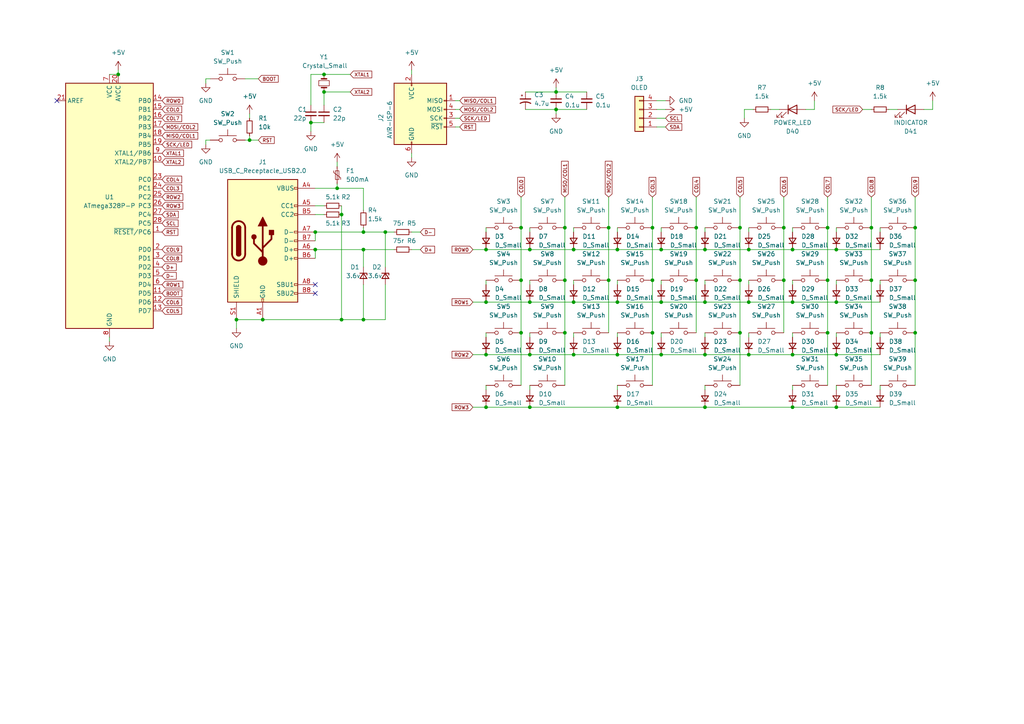
<source format=kicad_sch>
(kicad_sch (version 20211123) (generator eeschema)
  (paper "A4")
  (title_block (title "Loaf") (date "2022-01-11") (rev "1") (company "waffle"))
  (junction (at 163.83 81.28))
  (junction (at 140.97 87.63))
  (junction (at 68.58 92.71))
  (junction (at 229.87 118.11))
  (junction (at 240.03 66.04))
  (junction (at 72.39 40.64))
  (junction (at 242.57 118.11))
  (junction (at 191.77 102.87))
  (junction (at 229.87 102.87))
  (junction (at 217.17 102.87))
  (junction (at 252.73 66.04))
  (junction (at 252.73 96.52))
  (junction (at 179.07 118.11))
  (junction (at 191.77 72.39))
  (junction (at 140.97 118.11))
  (junction (at 265.43 66.04))
  (junction (at 105.41 92.71))
  (junction (at 214.63 81.28))
  (junction (at 227.33 66.04))
  (junction (at 153.67 118.11))
  (junction (at 99.06 92.71))
  (junction (at 217.17 87.63))
  (junction (at 153.67 72.39))
  (junction (at 201.93 81.28))
  (junction (at 163.83 96.52))
  (junction (at 265.43 96.52))
  (junction (at 179.07 87.63))
  (junction (at 105.41 72.39))
  (junction (at 240.03 96.52))
  (junction (at 166.37 87.63))
  (junction (at 161.29 26.67))
  (junction (at 166.37 72.39))
  (junction (at 240.03 81.28))
  (junction (at 265.43 81.28))
  (junction (at 189.23 66.04))
  (junction (at 204.47 118.11))
  (junction (at 242.57 102.87))
  (junction (at 97.79 54.61))
  (junction (at 151.13 96.52))
  (junction (at 204.47 87.63))
  (junction (at 217.17 72.39))
  (junction (at 140.97 72.39))
  (junction (at 93.98 21.59))
  (junction (at 201.93 66.04))
  (junction (at 176.53 66.04))
  (junction (at 90.17 35.56))
  (junction (at 161.29 31.75))
  (junction (at 91.44 72.39))
  (junction (at 34.29 21.59))
  (junction (at 111.76 67.31))
  (junction (at 166.37 102.87))
  (junction (at 179.07 72.39))
  (junction (at 229.87 72.39))
  (junction (at 229.87 87.63))
  (junction (at 105.41 67.31))
  (junction (at 227.33 81.28))
  (junction (at 91.44 67.31))
  (junction (at 99.06 62.23))
  (junction (at 140.97 102.87))
  (junction (at 151.13 66.04))
  (junction (at 204.47 102.87))
  (junction (at 76.2 92.71))
  (junction (at 214.63 96.52))
  (junction (at 163.83 66.04))
  (junction (at 214.63 66.04))
  (junction (at 153.67 102.87))
  (junction (at 242.57 72.39))
  (junction (at 242.57 87.63))
  (junction (at 189.23 96.52))
  (junction (at 179.07 102.87))
  (junction (at 191.77 87.63))
  (junction (at 151.13 81.28))
  (junction (at 189.23 81.28))
  (junction (at 204.47 72.39))
  (junction (at 176.53 81.28))
  (junction (at 252.73 81.28))
  (junction (at 93.98 26.67))
  (junction (at 153.67 87.63))
  (no_connect (at 16.51 29.21))
  (no_connect (at 91.44 82.55))
  (no_connect (at 91.44 85.09))
  (wire (pts (xy 229.87 66.04) (xy 229.87 67.31)))
  (wire (pts (xy 140.97 87.63) (xy 153.67 87.63)))
  (wire (pts (xy 217.17 87.63) (xy 229.87 87.63)))
  (wire (pts (xy 151.13 66.04) (xy 151.13 81.28)))
  (wire (pts (xy 111.76 67.31) (xy 111.76 77.47)))
  (wire (pts (xy 140.97 72.39) (xy 153.67 72.39)))
  (wire (pts (xy 153.67 102.87) (xy 166.37 102.87)))
  (wire (pts (xy 152.4 26.67) (xy 161.29 26.67)))
  (wire (pts (xy 105.41 92.71) (xy 99.06 92.71)))
  (wire (pts (xy 163.83 57.15) (xy 163.83 66.04)))
  (wire (pts (xy 189.23 81.28) (xy 189.23 96.52)))
  (wire (pts (xy 90.17 30.48) (xy 90.17 21.59)))
  (wire (pts (xy 60.96 22.86) (xy 59.69 22.86)))
  (wire (pts (xy 179.07 72.39) (xy 191.77 72.39)))
  (wire (pts (xy 255.27 66.04) (xy 255.27 67.31)))
  (wire (pts (xy 132.08 36.83) (xy 133.35 36.83)))
  (wire (pts (xy 72.39 40.64) (xy 74.93 40.64)))
  (wire (pts (xy 90.17 35.56) (xy 90.17 38.1)))
  (wire (pts (xy 163.83 66.04) (xy 163.83 81.28)))
  (wire (pts (xy 179.07 81.28) (xy 179.07 82.55)))
  (wire (pts (xy 204.47 87.63) (xy 217.17 87.63)))
  (wire (pts (xy 255.27 96.52) (xy 255.27 97.79)))
  (wire (pts (xy 140.97 96.52) (xy 140.97 97.79)))
  (wire (pts (xy 189.23 66.04) (xy 189.23 81.28)))
  (wire (pts (xy 163.83 96.52) (xy 163.83 111.76)))
  (wire (pts (xy 163.83 81.28) (xy 163.83 96.52)))
  (wire (pts (xy 176.53 81.28) (xy 176.53 96.52)))
  (wire (pts (xy 166.37 96.52) (xy 166.37 97.79)))
  (wire (pts (xy 191.77 87.63) (xy 204.47 87.63)))
  (wire (pts (xy 217.17 102.87) (xy 229.87 102.87)))
  (wire (pts (xy 93.98 26.67) (xy 93.98 30.48)))
  (wire (pts (xy 105.41 60.96) (xy 105.41 54.61)))
  (wire (pts (xy 166.37 87.63) (xy 179.07 87.63)))
  (wire (pts (xy 97.79 53.34) (xy 97.79 54.61)))
  (wire (pts (xy 166.37 72.39) (xy 179.07 72.39)))
  (wire (pts (xy 153.67 111.76) (xy 153.67 113.03)))
  (wire (pts (xy 166.37 81.28) (xy 166.37 82.55)))
  (wire (pts (xy 140.97 102.87) (xy 153.67 102.87)))
  (wire (pts (xy 93.98 21.59) (xy 101.6 21.59)))
  (wire (pts (xy 201.93 81.28) (xy 201.93 96.52)))
  (wire (pts (xy 91.44 72.39) (xy 105.41 72.39)))
  (wire (pts (xy 218.44 31.75) (xy 215.9 31.75)))
  (wire (pts (xy 233.68 31.75) (xy 236.22 31.75)))
  (wire (pts (xy 217.17 66.04) (xy 217.17 67.31)))
  (wire (pts (xy 179.07 96.52) (xy 179.07 97.79)))
  (wire (pts (xy 242.57 87.63) (xy 255.27 87.63)))
  (wire (pts (xy 119.38 67.31) (xy 121.92 67.31)))
  (wire (pts (xy 240.03 81.28) (xy 240.03 96.52)))
  (wire (pts (xy 223.52 31.75) (xy 226.06 31.75)))
  (wire (pts (xy 137.16 72.39) (xy 140.97 72.39)))
  (wire (pts (xy 140.97 111.76) (xy 140.97 113.03)))
  (wire (pts (xy 90.17 21.59) (xy 93.98 21.59)))
  (wire (pts (xy 31.75 97.79) (xy 31.75 99.06)))
  (wire (pts (xy 229.87 102.87) (xy 242.57 102.87)))
  (wire (pts (xy 153.67 66.04) (xy 153.67 67.31)))
  (wire (pts (xy 91.44 67.31) (xy 91.44 69.85)))
  (wire (pts (xy 190.5 36.83) (xy 193.04 36.83)))
  (wire (pts (xy 227.33 57.15) (xy 227.33 66.04)))
  (wire (pts (xy 191.77 72.39) (xy 204.47 72.39)))
  (wire (pts (xy 242.57 102.87) (xy 255.27 102.87)))
  (wire (pts (xy 240.03 96.52) (xy 240.03 111.76)))
  (wire (pts (xy 111.76 82.55) (xy 111.76 92.71)))
  (wire (pts (xy 242.57 96.52) (xy 242.57 97.79)))
  (wire (pts (xy 270.51 29.21) (xy 270.51 31.75)))
  (wire (pts (xy 34.29 20.32) (xy 34.29 21.59)))
  (wire (pts (xy 229.87 72.39) (xy 242.57 72.39)))
  (wire (pts (xy 97.79 54.61) (xy 105.41 54.61)))
  (wire (pts (xy 189.23 57.15) (xy 189.23 66.04)))
  (wire (pts (xy 217.17 81.28) (xy 217.17 82.55)))
  (wire (pts (xy 189.23 96.52) (xy 189.23 111.76)))
  (wire (pts (xy 179.07 87.63) (xy 191.77 87.63)))
  (wire (pts (xy 240.03 66.04) (xy 240.03 81.28)))
  (wire (pts (xy 91.44 62.23) (xy 93.98 62.23)))
  (wire (pts (xy 242.57 72.39) (xy 255.27 72.39)))
  (wire (pts (xy 190.5 29.21) (xy 193.04 29.21)))
  (wire (pts (xy 68.58 92.71) (xy 68.58 95.25)))
  (wire (pts (xy 140.97 118.11) (xy 153.67 118.11)))
  (wire (pts (xy 137.16 102.87) (xy 140.97 102.87)))
  (wire (pts (xy 179.07 111.76) (xy 179.07 113.03)))
  (wire (pts (xy 72.39 33.02) (xy 72.39 34.29)))
  (wire (pts (xy 132.08 31.75) (xy 133.35 31.75)))
  (wire (pts (xy 236.22 29.21) (xy 236.22 31.75)))
  (wire (pts (xy 191.77 81.28) (xy 191.77 82.55)))
  (wire (pts (xy 166.37 66.04) (xy 166.37 67.31)))
  (wire (pts (xy 176.53 66.04) (xy 176.53 81.28)))
  (wire (pts (xy 229.87 96.52) (xy 229.87 97.79)))
  (wire (pts (xy 242.57 81.28) (xy 242.57 82.55)))
  (wire (pts (xy 242.57 118.11) (xy 255.27 118.11)))
  (wire (pts (xy 105.41 66.04) (xy 105.41 67.31)))
  (wire (pts (xy 227.33 66.04) (xy 227.33 81.28)))
  (wire (pts (xy 214.63 81.28) (xy 214.63 96.52)))
  (wire (pts (xy 161.29 25.4) (xy 161.29 26.67)))
  (wire (pts (xy 97.79 46.99) (xy 97.79 48.26)))
  (wire (pts (xy 190.5 31.75) (xy 193.04 31.75)))
  (wire (pts (xy 151.13 96.52) (xy 151.13 111.76)))
  (wire (pts (xy 191.77 96.52) (xy 191.77 97.79)))
  (wire (pts (xy 99.06 62.23) (xy 99.06 92.71)))
  (wire (pts (xy 31.75 21.59) (xy 34.29 21.59)))
  (wire (pts (xy 229.87 111.76) (xy 229.87 113.03)))
  (wire (pts (xy 252.73 57.15) (xy 252.73 66.04)))
  (wire (pts (xy 105.41 67.31) (xy 111.76 67.31)))
  (wire (pts (xy 229.87 81.28) (xy 229.87 82.55)))
  (wire (pts (xy 252.73 96.52) (xy 252.73 111.76)))
  (wire (pts (xy 152.4 31.75) (xy 161.29 31.75)))
  (wire (pts (xy 153.67 87.63) (xy 166.37 87.63)))
  (wire (pts (xy 214.63 96.52) (xy 214.63 111.76)))
  (wire (pts (xy 161.29 31.75) (xy 161.29 33.02)))
  (wire (pts (xy 215.9 31.75) (xy 215.9 34.29)))
  (wire (pts (xy 161.29 31.75) (xy 170.18 31.75)))
  (wire (pts (xy 119.38 72.39) (xy 121.92 72.39)))
  (wire (pts (xy 153.67 118.11) (xy 179.07 118.11)))
  (wire (pts (xy 151.13 81.28) (xy 151.13 96.52)))
  (wire (pts (xy 229.87 87.63) (xy 242.57 87.63)))
  (wire (pts (xy 166.37 102.87) (xy 179.07 102.87)))
  (wire (pts (xy 217.17 96.52) (xy 217.17 97.79)))
  (wire (pts (xy 105.41 72.39) (xy 105.41 77.47)))
  (wire (pts (xy 153.67 96.52) (xy 153.67 97.79)))
  (wire (pts (xy 255.27 81.28) (xy 255.27 82.55)))
  (wire (pts (xy 252.73 81.28) (xy 252.73 96.52)))
  (wire (pts (xy 119.38 44.45) (xy 119.38 45.72)))
  (wire (pts (xy 201.93 57.15) (xy 201.93 66.04)))
  (wire (pts (xy 133.35 34.29) (xy 132.08 34.29)))
  (wire (pts (xy 137.16 87.63) (xy 140.97 87.63)))
  (wire (pts (xy 72.39 39.37) (xy 72.39 40.64)))
  (wire (pts (xy 204.47 81.28) (xy 204.47 82.55)))
  (wire (pts (xy 93.98 26.67) (xy 101.6 26.67)))
  (wire (pts (xy 59.69 40.64) (xy 59.69 41.91)))
  (wire (pts (xy 111.76 67.31) (xy 114.3 67.31)))
  (wire (pts (xy 119.38 20.32) (xy 119.38 21.59)))
  (wire (pts (xy 179.07 118.11) (xy 204.47 118.11)))
  (wire (pts (xy 252.73 66.04) (xy 252.73 81.28)))
  (wire (pts (xy 255.27 111.76) (xy 255.27 113.03)))
  (wire (pts (xy 252.73 31.75) (xy 250.19 31.75)))
  (wire (pts (xy 179.07 66.04) (xy 179.07 67.31)))
  (wire (pts (xy 204.47 111.76) (xy 204.47 113.03)))
  (wire (pts (xy 132.08 29.21) (xy 133.35 29.21)))
  (wire (pts (xy 71.12 40.64) (xy 72.39 40.64)))
  (wire (pts (xy 204.47 118.11) (xy 229.87 118.11)))
  (wire (pts (xy 190.5 34.29) (xy 193.04 34.29)))
  (wire (pts (xy 60.96 40.64) (xy 59.69 40.64)))
  (wire (pts (xy 76.2 92.71) (xy 68.58 92.71)))
  (wire (pts (xy 153.67 72.39) (xy 166.37 72.39)))
  (wire (pts (xy 204.47 96.52) (xy 204.47 97.79)))
  (wire (pts (xy 91.44 59.69) (xy 93.98 59.69)))
  (wire (pts (xy 201.93 66.04) (xy 201.93 81.28)))
  (wire (pts (xy 240.03 57.15) (xy 240.03 66.04)))
  (wire (pts (xy 265.43 66.04) (xy 265.43 81.28)))
  (wire (pts (xy 267.97 31.75) (xy 270.51 31.75)))
  (wire (pts (xy 257.81 31.75) (xy 260.35 31.75)))
  (wire (pts (xy 176.53 57.15) (xy 176.53 66.04)))
  (wire (pts (xy 91.44 67.31) (xy 105.41 67.31)))
  (wire (pts (xy 191.77 102.87) (xy 204.47 102.87)))
  (wire (pts (xy 105.41 72.39) (xy 114.3 72.39)))
  (wire (pts (xy 140.97 81.28) (xy 140.97 82.55)))
  (wire (pts (xy 91.44 54.61) (xy 97.79 54.61)))
  (wire (pts (xy 214.63 66.04) (xy 214.63 81.28)))
  (wire (pts (xy 161.29 26.67) (xy 170.18 26.67)))
  (wire (pts (xy 111.76 92.71) (xy 105.41 92.71)))
  (wire (pts (xy 242.57 66.04) (xy 242.57 67.31)))
  (wire (pts (xy 151.13 57.15) (xy 151.13 66.04)))
  (wire (pts (xy 191.77 66.04) (xy 191.77 67.31)))
  (wire (pts (xy 204.47 102.87) (xy 217.17 102.87)))
  (wire (pts (xy 91.44 72.39) (xy 91.44 74.93)))
  (wire (pts (xy 99.06 59.69) (xy 99.06 62.23)))
  (wire (pts (xy 105.41 82.55) (xy 105.41 92.71)))
  (wire (pts (xy 74.93 22.86) (xy 71.12 22.86)))
  (wire (pts (xy 204.47 72.39) (xy 217.17 72.39)))
  (wire (pts (xy 229.87 118.11) (xy 242.57 118.11)))
  (wire (pts (xy 265.43 81.28) (xy 265.43 96.52)))
  (wire (pts (xy 265.43 57.15) (xy 265.43 66.04)))
  (wire (pts (xy 242.57 111.76) (xy 242.57 113.03)))
  (wire (pts (xy 153.67 81.28) (xy 153.67 82.55)))
  (wire (pts (xy 204.47 66.04) (xy 204.47 67.31)))
  (wire (pts (xy 137.16 118.11) (xy 140.97 118.11)))
  (wire (pts (xy 227.33 81.28) (xy 227.33 96.52)))
  (wire (pts (xy 217.17 72.39) (xy 229.87 72.39)))
  (wire (pts (xy 99.06 92.71) (xy 76.2 92.71)))
  (wire (pts (xy 90.17 35.56) (xy 93.98 35.56)))
  (wire (pts (xy 265.43 96.52) (xy 265.43 111.76)))
  (wire (pts (xy 179.07 102.87) (xy 191.77 102.87)))
  (wire (pts (xy 214.63 57.15) (xy 214.63 66.04)))
  (wire (pts (xy 140.97 66.04) (xy 140.97 67.31)))
  (wire (pts (xy 59.69 22.86) (xy 59.69 24.13)))
  (global_label "COL8" (shape input) (at 252.73 57.15 90) (effects (font (size 1 1))) (property "Intersheet References" "${INTERSHEET_REFS}" (effects hide)))
  (global_label "ROW3" (shape input) (at 137.16 118.11 180) (effects (font (size 1 1))) (property "Intersheet References" "${INTERSHEET_REFS}" (effects hide)))
  (global_label "ROW0" (shape input) (at 137.16 72.39 180) (effects (font (size 1 1))) (property "Intersheet References" "${INTERSHEET_REFS}" (effects hide)))
  (global_label "COL6" (shape input) (at 227.33 57.15 90) (effects (font (size 1 1))) (property "Intersheet References" "${INTERSHEET_REFS}" (effects hide)))
  (global_label "MOSI{slash}COL2" (shape input) (at 46.99 36.83 0) (effects (font (size 1 1))) (property "Intersheet References" "${INTERSHEET_REFS}" (effects hide)))
  (global_label "COL6" (shape input) (at 46.99 87.63 0) (effects (font (size 1 1))) (property "Intersheet References" "${INTERSHEET_REFS}" (effects hide)))
  (global_label "COL4" (shape input) (at 201.93 57.15 90) (effects (font (size 1 1))) (property "Intersheet References" "${INTERSHEET_REFS}" (effects hide)))
  (global_label "COL0" (shape input) (at 46.99 31.75 0) (effects (font (size 1 1))) (property "Intersheet References" "${INTERSHEET_REFS}" (effects hide)))
  (global_label "COL3" (shape input) (at 46.99 54.61 0) (effects (font (size 1 1))) (property "Intersheet References" "${INTERSHEET_REFS}" (effects hide)))
  (global_label "MOSI{slash}COL2" (shape input) (at 133.35 31.75 0) (effects (font (size 1 1))) (property "Intersheet References" "${INTERSHEET_REFS}" (effects hide)))
  (global_label "SDA" (shape input) (at 46.99 62.23 0) (effects (font (size 1 1))) (property "Intersheet References" "${INTERSHEET_REFS}" (effects hide)))
  (global_label "D+" (shape input) (at 46.99 77.47 0) (effects (font (size 1 1))) (property "Intersheet References" "${INTERSHEET_REFS}" (effects hide)))
  (global_label "COL9" (shape input) (at 265.43 57.15 90) (effects (font (size 1 1))) (property "Intersheet References" "${INTERSHEET_REFS}" (effects hide)))
  (global_label "COL5" (shape input) (at 214.63 57.15 90) (effects (font (size 1 1))) (property "Intersheet References" "${INTERSHEET_REFS}" (effects hide)))
  (global_label "ROW1" (shape input) (at 137.16 87.63 180) (effects (font (size 1 1))) (property "Intersheet References" "${INTERSHEET_REFS}" (effects hide)))
  (global_label "BOOT" (shape input) (at 74.93 22.86 0) (effects (font (size 1 1))) (property "Intersheet References" "${INTERSHEET_REFS}" (effects hide)))
  (global_label "ROW2" (shape input) (at 46.99 57.15 0) (effects (font (size 1 1))) (property "Intersheet References" "${INTERSHEET_REFS}" (effects hide)))
  (global_label "RST" (shape input) (at 74.93 40.64 0) (effects (font (size 1 1))) (property "Intersheet References" "${INTERSHEET_REFS}" (effects hide)))
  (global_label "D-" (shape input) (at 121.92 67.31 0) (effects (font (size 1 1))) (property "Intersheet References" "${INTERSHEET_REFS}" (effects hide)))
  (global_label "RST" (shape input) (at 133.35 36.83 0) (effects (font (size 1 1))) (property "Intersheet References" "${INTERSHEET_REFS}" (effects hide)))
  (global_label "BOOT" (shape input) (at 46.99 85.09 0) (effects (font (size 1 1))) (property "Intersheet References" "${INTERSHEET_REFS}" (effects hide)))
  (global_label "COL7" (shape input) (at 240.03 57.15 90) (effects (font (size 1 1))) (property "Intersheet References" "${INTERSHEET_REFS}" (effects hide)))
  (global_label "MISO{slash}COL1" (shape input) (at 46.99 39.37 0) (effects (font (size 1 1))) (property "Intersheet References" "${INTERSHEET_REFS}" (effects hide)))
  (global_label "RST" (shape input) (at 46.99 67.31 0) (effects (font (size 1 1))) (property "Intersheet References" "${INTERSHEET_REFS}" (effects hide)))
  (global_label "COL7" (shape input) (at 46.99 34.29 0) (effects (font (size 1 1))) (property "Intersheet References" "${INTERSHEET_REFS}" (effects hide)))
  (global_label "ROW1" (shape input) (at 46.99 82.55 0) (effects (font (size 1 1))) (property "Intersheet References" "${INTERSHEET_REFS}" (effects hide)))
  (global_label "XTAL1" (shape input) (at 46.99 44.45 0) (effects (font (size 1 1))) (property "Intersheet References" "${INTERSHEET_REFS}" (effects hide)))
  (global_label "XTAL2" (shape input) (at 46.99 46.99 0) (effects (font (size 1 1))) (property "Intersheet References" "${INTERSHEET_REFS}" (effects hide)))
  (global_label "ROW3" (shape input) (at 46.99 59.69 0) (effects (font (size 1 1))) (property "Intersheet References" "${INTERSHEET_REFS}" (effects hide)))
  (global_label "MISO{slash}COL1" (shape input) (at 163.83 57.15 90) (effects (font (size 1 1))) (property "Intersheet References" "${INTERSHEET_REFS}" (effects hide)))
  (global_label "MOSI{slash}COL2" (shape input) (at 176.53 57.15 90) (effects (font (size 1 1))) (property "Intersheet References" "${INTERSHEET_REFS}" (effects hide)))
  (global_label "SCK{slash}LED" (shape input) (at 250.19 31.75 180) (effects (font (size 1 1))) (property "Intersheet References" "${INTERSHEET_REFS}" (effects hide)))
  (global_label "SDA" (shape input) (at 193.04 36.83 0) (effects (font (size 1 1))) (property "Intersheet References" "${INTERSHEET_REFS}" (effects hide)))
  (global_label "COL4" (shape input) (at 46.99 52.07 0) (effects (font (size 1 1))) (property "Intersheet References" "${INTERSHEET_REFS}" (effects hide)))
  (global_label "SCK{slash}LED" (shape input) (at 133.35 34.29 0) (effects (font (size 1 1))) (property "Intersheet References" "${INTERSHEET_REFS}" (effects hide)))
  (global_label "D+" (shape input) (at 121.92 72.39 0) (effects (font (size 1 1))) (property "Intersheet References" "${INTERSHEET_REFS}" (effects hide)))
  (global_label "ROW2" (shape input) (at 137.16 102.87 180) (effects (font (size 1 1))) (property "Intersheet References" "${INTERSHEET_REFS}" (effects hide)))
  (global_label "COL9" (shape input) (at 46.99 72.39 0) (effects (font (size 1 1))) (property "Intersheet References" "${INTERSHEET_REFS}" (effects hide)))
  (global_label "COL5" (shape input) (at 46.99 90.17 0) (effects (font (size 1 1))) (property "Intersheet References" "${INTERSHEET_REFS}" (effects hide)))
  (global_label "SCL" (shape input) (at 193.04 34.29 0) (effects (font (size 1 1))) (property "Intersheet References" "${INTERSHEET_REFS}" (effects hide)))
  (global_label "MISO{slash}COL1" (shape input) (at 133.35 29.21 0) (effects (font (size 1 1))) (property "Intersheet References" "${INTERSHEET_REFS}" (effects hide)))
  (global_label "COL0" (shape input) (at 151.13 57.15 90) (effects (font (size 1 1))) (property "Intersheet References" "${INTERSHEET_REFS}" (effects hide)))
  (global_label "XTAL2" (shape input) (at 101.6 26.67 0) (effects (font (size 1 1))) (property "Intersheet References" "${INTERSHEET_REFS}" (effects hide)))
  (global_label "SCL" (shape input) (at 46.99 64.77 0) (effects (font (size 1 1))) (property "Intersheet References" "${INTERSHEET_REFS}" (effects hide)))
  (global_label "ROW0" (shape input) (at 46.99 29.21 0) (effects (font (size 1 1))) (property "Intersheet References" "${INTERSHEET_REFS}" (effects hide)))
  (global_label "XTAL1" (shape input) (at 101.6 21.59 0) (effects (font (size 1 1))) (property "Intersheet References" "${INTERSHEET_REFS}" (effects hide)))
  (global_label "SCK{slash}LED" (shape input) (at 46.99 41.91 0) (effects (font (size 1 1))) (property "Intersheet References" "${INTERSHEET_REFS}" (effects hide)))
  (global_label "COL8" (shape input) (at 46.99 74.93 0) (effects (font (size 1 1))) (property "Intersheet References" "${INTERSHEET_REFS}" (effects hide)))
  (global_label "D-" (shape input) (at 46.99 80.01 0) (effects (font (size 1 1))) (property "Intersheet References" "${INTERSHEET_REFS}" (effects hide)))
  (global_label "COL3" (shape input) (at 189.23 57.15 90) (effects (font (size 1 1))) (property "Intersheet References" "${INTERSHEET_REFS}" (effects hide)))
  (symbol (lib_id "Device:R_Small") (at 220.98 31.75 90) (unit 1)
    (property "Reference" "R7" (at 220.98 25.4 90))
    (property "Value" "1.5k" (at 220.98 27.94 90))
    (property "Footprint" "Resistor_THT:R_Axial_DIN0204_L3.6mm_D1.6mm_P5.08mm_Horizontal" (effects hide))
  )
  (symbol (lib_id "Device:D_Small") (at 217.17 85.09 90) (unit 1)
    (property "Reference" "D26" (at 219.71 83.8199 90) (effects (justify right)))
    (property "Value" "D_Small" (at 219.71 86.3599 90) (effects (justify right)))
    (property "Footprint" "Diode_SMD:D_SOD-123" (effects hide))
  )
  (symbol (lib_id "Switch:SW_Push") (at 222.25 96.52 0) (unit 1)
    (property "Reference" "SW27" (at 222.25 88.9 0))
    (property "Value" "SW_Push" (at 222.25 91.44 0))
    (property "Footprint" "mx:MXOnly-1U-NoLED" (effects hide))
  )
  (symbol (lib_id "power:+5V") (at 161.29 25.4 0) (unit 1)
    (property "Reference" "#PWR0110" (effects hide))
    (property "Value" "+5V" (at 161.29 20.32 0))
  )
  (symbol (lib_id "power:GND") (at 68.58 95.25 0) (unit 1)
    (property "Reference" "#PWR0101" (effects hide))
    (property "Value" "GND" (at 68.58 100.33 0))
  )
  (symbol (lib_id "Device:D_Small") (at 242.57 69.85 90) (unit 1)
    (property "Reference" "D32" (at 245.11 68.5799 90) (effects (justify right)))
    (property "Value" "D_Small" (at 245.11 71.1199 90) (effects (justify right)))
    (property "Footprint" "Diode_SMD:D_SOD-123" (effects hide))
  )
  (symbol (lib_id "Device:D_Small") (at 229.87 85.09 90) (unit 1)
    (property "Reference" "D29" (at 232.41 83.8199 90) (effects (justify right)))
    (property "Value" "D_Small" (at 232.41 86.3599 90) (effects (justify right)))
    (property "Footprint" "Diode_SMD:D_SOD-123" (effects hide))
  )
  (symbol (lib_id "Device:LED") (at 264.16 31.75 0) (unit 1)
    (property "Reference" "D41" (at 264.16 38.1 0))
    (property "Value" "INDICATOR" (at 264.16 35.56 0))
    (property "Footprint" "LED_THT:LED_D3.0mm" (effects hide))
  )
  (symbol (lib_id "Device:D_Small") (at 191.77 69.85 90) (unit 1)
    (property "Reference" "D18" (at 194.31 68.5799 90) (effects (justify right)))
    (property "Value" "D_Small" (at 194.31 71.1199 90) (effects (justify right)))
    (property "Footprint" "Diode_SMD:D_SOD-123" (effects hide))
  )
  (symbol (lib_id "Device:R_Small") (at 96.52 62.23 90) (unit 1)
    (property "Reference" "R3" (at 100.33 64.77 90))
    (property "Value" "5.1k" (at 96.52 64.77 90))
    (property "Footprint" "Resistor_THT:R_Axial_DIN0204_L3.6mm_D1.6mm_P5.08mm_Horizontal" (effects hide))
  )
  (symbol (lib_id "Switch:SW_Push") (at 260.35 111.76 0) (unit 1)
    (property "Reference" "SW39" (at 260.35 104.14 0))
    (property "Value" "SW_Push" (at 260.35 106.68 0))
    (property "Footprint" "mx:MXOnly-1U-NoLED" (effects hide))
  )
  (symbol (lib_id "Switch:SW_Push") (at 209.55 66.04 0) (unit 1)
    (property "Reference" "SW21" (at 209.55 58.42 0))
    (property "Value" "SW_Push" (at 209.55 60.96 0))
    (property "Footprint" "mx:MXOnly-1U-NoLED" (effects hide))
  )
  (symbol (lib_id "Switch:SW_Push") (at 146.05 66.04 0) (unit 1)
    (property "Reference" "SW3" (at 146.05 58.42 0))
    (property "Value" "SW_Push" (at 146.05 60.96 0))
    (property "Footprint" "mx:MXOnly-1U-NoLED" (effects hide))
  )
  (symbol (lib_id "Switch:SW_Push") (at 146.05 81.28 0) (unit 1)
    (property "Reference" "SW4" (at 146.05 73.66 0))
    (property "Value" "SW_Push" (at 146.05 76.2 0))
    (property "Footprint" "mx:MXOnly-1.25U-NoLED" (effects hide))
  )
  (symbol (lib_id "Device:D_Small") (at 179.07 69.85 90) (unit 1)
    (property "Reference" "D14" (at 181.61 68.5799 90) (effects (justify right)))
    (property "Value" "D_Small" (at 181.61 71.1199 90) (effects (justify right)))
    (property "Footprint" "Diode_SMD:D_SOD-123" (effects hide))
  )
  (symbol (lib_id "Device:C_Small") (at 170.18 29.21 0) (unit 1)
    (property "Reference" "C5" (at 172.72 27.9462 0) (effects (justify left)))
    (property "Value" "0.1u" (at 172.72 30.4862 0) (effects (justify left)))
    (property "Footprint" "Capacitor_THT:C_Disc_D4.3mm_W1.9mm_P5.00mm" (effects hide))
  )
  (symbol (lib_id "Switch:SW_Push") (at 196.85 66.04 0) (unit 1)
    (property "Reference" "SW18" (at 196.85 58.42 0))
    (property "Value" "SW_Push" (at 196.85 60.96 0))
    (property "Footprint" "mx:MXOnly-1U-NoLED" (effects hide))
  )
  (symbol (lib_id "Device:D_Zener_Small") (at 111.76 80.01 270) (unit 1)
    (property "Reference" "D2" (at 107.95 77.47 90) (effects (justify left)))
    (property "Value" "3.6v" (at 106.68 80.01 90) (effects (justify left)))
    (property "Footprint" "Diode_THT:D_DO-35_SOD27_P5.08mm_Vertical_AnodeUp" (effects hide))
  )
  (symbol (lib_id "power:GND") (at 90.17 38.1 0) (unit 1)
    (property "Reference" "#PWR0104" (effects hide))
    (property "Value" "GND" (at 90.17 43.18 0))
  )
  (symbol (lib_id "Device:D_Small") (at 255.27 85.09 90) (unit 1)
    (property "Reference" "D37" (at 257.81 83.8199 90) (effects (justify right)))
    (property "Value" "D_Small" (at 257.81 86.3599 90) (effects (justify right)))
    (property "Footprint" "Diode_SMD:D_SOD-123" (effects hide))
  )
  (symbol (lib_id "Switch:SW_Push") (at 247.65 81.28 0) (unit 1)
    (property "Reference" "SW33" (at 247.65 73.66 0))
    (property "Value" "SW_Push" (at 247.65 76.2 0))
    (property "Footprint" "mx:MXOnly-1U-NoLED" (effects hide))
  )
  (symbol (lib_id "Device:D_Small") (at 191.77 100.33 90) (unit 1)
    (property "Reference" "D20" (at 194.31 99.0599 90) (effects (justify right)))
    (property "Value" "D_Small" (at 194.31 101.5999 90) (effects (justify right)))
    (property "Footprint" "Diode_SMD:D_SOD-123" (effects hide))
  )
  (symbol (lib_id "Device:D_Small") (at 229.87 115.57 90) (unit 1)
    (property "Reference" "D31" (at 232.41 114.2999 90) (effects (justify right)))
    (property "Value" "D_Small" (at 232.41 116.8399 90) (effects (justify right)))
    (property "Footprint" "Diode_SMD:D_SOD-123" (effects hide))
  )
  (symbol (lib_id "Switch:SW_Push") (at 158.75 96.52 0) (unit 1)
    (property "Reference" "SW9" (at 158.75 88.9 0))
    (property "Value" "SW_Push" (at 158.75 91.44 0))
    (property "Footprint" "mx:MXOnly-1U-NoLED" (effects hide))
  )
  (symbol (lib_id "power:GND") (at 161.29 33.02 0) (unit 1)
    (property "Reference" "#PWR0111" (effects hide))
    (property "Value" "GND" (at 161.29 38.1 0))
  )
  (symbol (lib_id "Switch:SW_Push") (at 146.05 111.76 0) (unit 1)
    (property "Reference" "SW6" (at 146.05 104.14 0))
    (property "Value" "SW_Push" (at 146.05 106.68 0))
    (property "Footprint" "mx:MXOnly-1.25U-NoLED" (effects hide))
  )
  (symbol (lib_id "Switch:SW_Push") (at 222.25 66.04 0) (unit 1)
    (property "Reference" "SW25" (at 222.25 58.42 0))
    (property "Value" "SW_Push" (at 222.25 60.96 0))
    (property "Footprint" "mx:MXOnly-1U-NoLED" (effects hide))
  )
  (symbol (lib_id "Device:D_Small") (at 166.37 69.85 90) (unit 1)
    (property "Reference" "D11" (at 168.91 68.5799 90) (effects (justify right)))
    (property "Value" "D_Small" (at 168.91 71.1199 90) (effects (justify right)))
    (property "Footprint" "Diode_SMD:D_SOD-123" (effects hide))
  )
  (symbol (lib_id "Device:C_Small") (at 93.98 33.02 0) (unit 1)
    (property "Reference" "C2" (at 96.52 31.7562 0) (effects (justify left)))
    (property "Value" "22p" (at 96.52 34.29 0) (effects (justify left)))
    (property "Footprint" "Capacitor_THT:C_Disc_D3.0mm_W1.6mm_P2.50mm" (effects hide))
  )
  (symbol (lib_id "Device:C_Polarized_Small_US") (at 152.4 29.21 0) (unit 1)
    (property "Reference" "C3" (at 154.94 27.5081 0) (effects (justify left)))
    (property "Value" "4.7u" (at 154.94 30.0481 0) (effects (justify left)))
    (property "Footprint" "Capacitor_THT:CP_Radial_D4.0mm_P1.50mm" (effects hide))
  )
  (symbol (lib_id "Switch:SW_Push") (at 171.45 81.28 0) (unit 1)
    (property "Reference" "SW12" (at 171.45 73.66 0))
    (property "Value" "SW_Push" (at 171.45 76.2 0))
    (property "Footprint" "mx:MXOnly-1U-NoLED" (effects hide))
  )
  (symbol (lib_id "Switch:SW_Push") (at 184.15 96.52 0) (unit 1)
    (property "Reference" "SW16" (at 184.15 88.9 0))
    (property "Value" "SW_Push" (at 184.15 91.44 0))
    (property "Footprint" "mx:MXOnly-1U-NoLED" (effects hide))
  )
  (symbol (lib_id "Switch:SW_Push") (at 184.15 111.76 0) (unit 1)
    (property "Reference" "SW17" (at 184.15 104.14 0))
    (property "Value" "SW_Push" (at 184.15 106.68 0))
    (property "Footprint" "mx:MXOnly-2.75U-ReversedStabilizers-NoLED" (effects hide))
  )
  (symbol (lib_id "Device:D_Small") (at 217.17 100.33 90) (unit 1)
    (property "Reference" "D27" (at 219.71 99.0599 90) (effects (justify right)))
    (property "Value" "D_Small" (at 219.71 101.5999 90) (effects (justify right)))
    (property "Footprint" "Diode_SMD:D_SOD-123" (effects hide))
  )
  (symbol (lib_id "Switch:SW_Push") (at 209.55 96.52 0) (unit 1)
    (property "Reference" "SW23" (at 209.55 88.9 0))
    (property "Value" "SW_Push" (at 209.55 91.44 0))
    (property "Footprint" "mx:MXOnly-1U-NoLED" (effects hide))
  )
  (symbol (lib_id "Device:D_Small") (at 204.47 115.57 90) (unit 1)
    (property "Reference" "D24" (at 207.01 114.2999 90) (effects (justify right)))
    (property "Value" "D_Small" (at 207.01 116.8399 90) (effects (justify right)))
    (property "Footprint" "Diode_SMD:D_SOD-123" (effects hide))
  )
  (symbol (lib_id "Switch:SW_Push") (at 196.85 96.52 0) (unit 1)
    (property "Reference" "SW20" (at 196.85 88.9 0))
    (property "Value" "SW_Push" (at 196.85 91.44 0))
    (property "Footprint" "mx:MXOnly-1U-NoLED" (effects hide))
  )
  (symbol (lib_id "Switch:SW_Push") (at 222.25 81.28 0) (unit 1)
    (property "Reference" "SW26" (at 222.25 73.66 0))
    (property "Value" "SW_Push" (at 222.25 76.2 0))
    (property "Footprint" "mx:MXOnly-1U-NoLED" (effects hide))
  )
  (symbol (lib_id "Switch:SW_Push") (at 158.75 111.76 0) (unit 1)
    (property "Reference" "SW10" (at 158.75 104.14 0))
    (property "Value" "SW_Push" (at 158.75 106.68 0))
    (property "Footprint" "mx:MXOnly-1.5U-NoLED" (effects hide))
  )
  (symbol (lib_id "Switch:SW_Push") (at 234.95 96.52 0) (unit 1)
    (property "Reference" "SW30" (at 234.95 88.9 0))
    (property "Value" "SW_Push" (at 234.95 91.44 0))
    (property "Footprint" "mx:MXOnly-1U-NoLED" (effects hide))
  )
  (symbol (lib_id "Switch:SW_Push") (at 66.04 22.86 0) (unit 1)
    (property "Reference" "SW1" (at 66.04 15.24 0))
    (property "Value" "SW_Push" (at 66.04 17.78 0))
    (property "Footprint" "Button_Switch_THT:SW_PUSH_6mm" (effects hide))
  )
  (symbol (lib_id "Switch:SW_Push") (at 146.05 96.52 0) (unit 1)
    (property "Reference" "SW5" (at 146.05 88.9 0))
    (property "Value" "SW_Push" (at 146.05 91.44 0))
    (property "Footprint" "mx:MXOnly-1.75U-NoLED" (effects hide))
  )
  (symbol (lib_id "Switch:SW_Push") (at 260.35 81.28 0) (unit 1)
    (property "Reference" "SW37" (at 260.35 73.66 0))
    (property "Value" "SW_Push" (at 260.35 76.2 0))
    (property "Footprint" "mx:MXOnly-1.5U-NoLED" (effects hide))
  )
  (symbol (lib_id "power:+5V") (at 97.79 46.99 0) (unit 1)
    (property "Reference" "#PWR0105" (effects hide))
    (property "Value" "+5V" (at 97.79 41.91 0))
  )
  (symbol (lib_id "Device:D_Small") (at 229.87 100.33 90) (unit 1)
    (property "Reference" "D30" (at 232.41 99.0599 90) (effects (justify right)))
    (property "Value" "D_Small" (at 232.41 101.5999 90) (effects (justify right)))
    (property "Footprint" "Diode_SMD:D_SOD-123" (effects hide))
  )
  (symbol (lib_id "Device:D_Small") (at 204.47 100.33 90) (unit 1)
    (property "Reference" "D23" (at 207.01 99.0599 90) (effects (justify right)))
    (property "Value" "D_Small" (at 207.01 101.5999 90) (effects (justify right)))
    (property "Footprint" "Diode_SMD:D_SOD-123" (effects hide))
  )
  (symbol (lib_id "power:+5V") (at 72.39 33.02 0) (unit 1)
    (property "Reference" "#PWR0108" (effects hide))
    (property "Value" "+5V" (at 72.39 27.94 0))
  )
  (symbol (lib_id "Device:R_Small") (at 72.39 36.83 0) (unit 1)
    (property "Reference" "R1" (at 74.93 34.29 0) (effects (justify left)))
    (property "Value" "10k" (at 74.93 36.83 0) (effects (justify left)))
    (property "Footprint" "Resistor_THT:R_Axial_DIN0204_L3.6mm_D1.6mm_P5.08mm_Horizontal" (effects hide))
  )
  (symbol (lib_id "Device:D_Small") (at 255.27 100.33 90) (unit 1)
    (property "Reference" "D38" (at 257.81 99.0599 90) (effects (justify right)))
    (property "Value" "D_Small" (at 257.81 101.5999 90) (effects (justify right)))
    (property "Footprint" "Diode_SMD:D_SOD-123" (effects hide))
  )
  (symbol (lib_id "Device:D_Small") (at 255.27 115.57 90) (unit 1)
    (property "Reference" "D39" (at 257.81 114.2999 90) (effects (justify right)))
    (property "Value" "D_Small" (at 257.81 116.8399 90) (effects (justify right)))
    (property "Footprint" "Diode_SMD:D_SOD-123" (effects hide))
  )
  (symbol (lib_id "Switch:SW_Push") (at 209.55 111.76 0) (unit 1)
    (property "Reference" "SW24" (at 209.55 104.14 0))
    (property "Value" "SW_Push" (at 209.55 106.68 0))
    (property "Footprint" "mx:MXOnly-2.25U-ReversedStabilizers-NoLED" (effects hide))
  )
  (symbol (lib_id "Device:R_Small") (at 105.41 63.5 0) (unit 1)
    (property "Reference" "R4" (at 106.68 60.96 0) (effects (justify left)))
    (property "Value" "1.5k" (at 106.68 63.5 0) (effects (justify left)))
    (property "Footprint" "Resistor_THT:R_Axial_DIN0204_L3.6mm_D1.6mm_P5.08mm_Horizontal" (effects hide))
  )
  (symbol (lib_id "power:GND") (at 59.69 24.13 0) (unit 1)
    (property "Reference" "#PWR0109" (effects hide))
    (property "Value" "GND" (at 59.69 29.21 0))
  )
  (symbol (lib_id "Connector:AVR-ISP-6") (at 121.92 34.29 0) (unit 1)
    (property "Reference" "J2" (at 110.49 33.02 90) (effects (justify right)))
    (property "Value" "AVR-ISP-6" (at 113.03 29.21 90) (effects (justify right)))
    (property "Footprint" "Connector_PinHeader_2.54mm:PinHeader_2x03_P2.54mm_Vertical" (effects hide))
    (property "Datasheet" " ~" (effects hide))
  )
  (symbol (lib_id "Device:D_Small") (at 204.47 85.09 90) (unit 1)
    (property "Reference" "D22" (at 207.01 83.8199 90) (effects (justify right)))
    (property "Value" "D_Small" (at 207.01 86.3599 90) (effects (justify right)))
    (property "Footprint" "Diode_SMD:D_SOD-123" (effects hide))
  )
  (symbol (lib_id "Device:R_Small") (at 96.52 59.69 90) (unit 1)
    (property "Reference" "R2" (at 100.33 57.15 90))
    (property "Value" "5.1k" (at 96.52 57.15 90))
    (property "Footprint" "Resistor_THT:R_Axial_DIN0204_L3.6mm_D1.6mm_P5.08mm_Horizontal" (effects hide))
  )
  (symbol (lib_id "Device:D_Small") (at 140.97 115.57 90) (unit 1)
    (property "Reference" "D6" (at 143.51 114.2999 90) (effects (justify right)))
    (property "Value" "D_Small" (at 143.51 116.8399 90) (effects (justify right)))
    (property "Footprint" "Diode_SMD:D_SOD-123" (effects hide))
  )
  (symbol (lib_id "MCU_Microchip_ATmega:ATmega328P-P") (at 31.75 59.69 0) (unit 1)
    (property "Reference" "U1" (at 31.75 57.15 0))
    (property "Value" "ATmega328P-P" (at 31.75 59.69 0))
    (property "Footprint" "Package_DIP:DIP-28_W7.62mm" (effects hide))
    (property "Datasheet" "http://ww1.microchip.com/downloads/en/DeviceDoc/ATmega328_P%20AVR%20MCU%20with%20picoPower%20Technology%20Data%20Sheet%2040001984A.pdf" (effects hide))
  )
  (symbol (lib_id "power:GND") (at 193.04 29.21 90) (unit 1)
    (property "Reference" "#PWR0114" (effects hide))
    (property "Value" "GND" (at 196.85 29.2099 90) (effects (justify right)))
  )
  (symbol (lib_id "Device:Crystal_Small") (at 93.98 24.13 90) (unit 1)
    (property "Reference" "Y1" (at 92.71 16.51 90) (effects (justify right)))
    (property "Value" "Crystal_Small" (at 87.63 19.05 90) (effects (justify right)))
    (property "Footprint" "Crystal:Crystal_HC49-4H_Vertical" (effects hide))
  )
  (symbol (lib_id "Switch:SW_Push") (at 234.95 66.04 0) (unit 1)
    (property "Reference" "SW28" (at 234.95 58.42 0))
    (property "Value" "SW_Push" (at 234.95 60.96 0))
    (property "Footprint" "mx:MXOnly-1U-NoLED" (effects hide))
  )
  (symbol (lib_id "Device:D_Small") (at 242.57 115.57 90) (unit 1)
    (property "Reference" "D35" (at 245.11 114.2999 90) (effects (justify right)))
    (property "Value" "D_Small" (at 245.11 116.8399 90) (effects (justify right)))
    (property "Footprint" "Diode_SMD:D_SOD-123" (effects hide))
  )
  (symbol (lib_id "Switch:SW_Push") (at 247.65 66.04 0) (unit 1)
    (property "Reference" "SW32" (at 247.65 58.42 0))
    (property "Value" "SW_Push" (at 247.65 60.96 0))
    (property "Footprint" "mx:MXOnly-1U-NoLED" (effects hide))
  )
  (symbol (lib_id "Device:D_Small") (at 191.77 85.09 90) (unit 1)
    (property "Reference" "D19" (at 194.31 83.8199 90) (effects (justify right)))
    (property "Value" "D_Small" (at 194.31 86.3599 90) (effects (justify right)))
    (property "Footprint" "Diode_SMD:D_SOD-123" (effects hide))
  )
  (symbol (lib_id "Device:LED") (at 229.87 31.75 0) (unit 1)
    (property "Reference" "D40" (at 229.87 38.1 0))
    (property "Value" "POWER_LED" (at 229.87 35.56 0))
    (property "Footprint" "LED_THT:LED_D3.0mm" (effects hide))
  )
  (symbol (lib_id "Device:D_Small") (at 140.97 85.09 90) (unit 1)
    (property "Reference" "D4" (at 143.51 83.8199 90) (effects (justify right)))
    (property "Value" "D_Small" (at 143.51 86.3599 90) (effects (justify right)))
    (property "Footprint" "Diode_SMD:D_SOD-123" (effects hide))
  )
  (symbol (lib_id "power:+5V") (at 270.51 29.21 0) (unit 1)
    (property "Reference" "#PWR0115" (effects hide))
    (property "Value" "+5V" (at 270.51 24.13 0))
  )
  (symbol (lib_id "Switch:SW_Push") (at 171.45 96.52 0) (unit 1)
    (property "Reference" "SW13" (at 171.45 88.9 0))
    (property "Value" "SW_Push" (at 171.45 91.44 0))
    (property "Footprint" "mx:MXOnly-1U-NoLED" (effects hide))
  )
  (symbol (lib_id "Device:R_Small") (at 116.84 72.39 90) (unit 1)
    (property "Reference" "R6" (at 119.38 69.85 90))
    (property "Value" "75r" (at 115.57 69.85 90))
    (property "Footprint" "Resistor_THT:R_Axial_DIN0204_L3.6mm_D1.6mm_P5.08mm_Horizontal" (effects hide))
  )
  (symbol (lib_id "power:+5V") (at 119.38 20.32 0) (unit 1)
    (property "Reference" "#PWR0112" (effects hide))
    (property "Value" "+5V" (at 119.38 15.24 0))
  )
  (symbol (lib_id "Device:D_Small") (at 153.67 115.57 90) (unit 1)
    (property "Reference" "D10" (at 156.21 114.2999 90) (effects (justify right)))
    (property "Value" "D_Small" (at 156.21 116.8399 90) (effects (justify right)))
    (property "Footprint" "Diode_SMD:D_SOD-123" (effects hide))
  )
  (symbol (lib_id "Device:D_Small") (at 242.57 100.33 90) (unit 1)
    (property "Reference" "D34" (at 245.11 99.0599 90) (effects (justify right)))
    (property "Value" "D_Small" (at 245.11 101.5999 90) (effects (justify right)))
    (property "Footprint" "Diode_SMD:D_SOD-123" (effects hide))
  )
  (symbol (lib_id "power:GND") (at 215.9 34.29 0) (unit 1)
    (property "Reference" "#PWR0116" (effects hide))
    (property "Value" "GND" (at 215.9 39.37 0))
  )
  (symbol (lib_id "power:GND") (at 119.38 45.72 0) (unit 1)
    (property "Reference" "#PWR0103" (effects hide))
    (property "Value" "GND" (at 119.38 50.8 0))
  )
  (symbol (lib_id "Device:D_Small") (at 153.67 100.33 90) (unit 1)
    (property "Reference" "D9" (at 156.21 99.0599 90) (effects (justify right)))
    (property "Value" "D_Small" (at 156.21 101.5999 90) (effects (justify right)))
    (property "Footprint" "Diode_SMD:D_SOD-123" (effects hide))
  )
  (symbol (lib_id "Switch:SW_Push") (at 209.55 81.28 0) (unit 1)
    (property "Reference" "SW22" (at 209.55 73.66 0))
    (property "Value" "SW_Push" (at 209.55 76.2 0))
    (property "Footprint" "mx:MXOnly-1U-NoLED" (effects hide))
  )
  (symbol (lib_id "Device:D_Small") (at 242.57 85.09 90) (unit 1)
    (property "Reference" "D33" (at 245.11 83.8199 90) (effects (justify right)))
    (property "Value" "D_Small" (at 245.11 86.3599 90) (effects (justify right)))
    (property "Footprint" "Diode_SMD:D_SOD-123" (effects hide))
  )
  (symbol (lib_id "Device:D_Small") (at 140.97 69.85 90) (unit 1)
    (property "Reference" "D3" (at 143.51 68.5799 90) (effects (justify right)))
    (property "Value" "D_Small" (at 143.51 71.1199 90) (effects (justify right)))
    (property "Footprint" "Diode_SMD:D_SOD-123" (effects hide))
  )
  (symbol (lib_id "Device:Polyfuse_Small") (at 97.79 50.8 0) (unit 1)
    (property "Reference" "F1" (at 100.33 49.5299 0) (effects (justify left)))
    (property "Value" "500mA" (at 100.33 52.0699 0) (effects (justify left)))
    (property "Footprint" "misc:polyfuse_5.1mm" (effects hide))
  )
  (symbol (lib_id "Switch:SW_Push") (at 158.75 81.28 0) (unit 1)
    (property "Reference" "SW8" (at 158.75 73.66 0))
    (property "Value" "SW_Push" (at 158.75 76.2 0))
    (property "Footprint" "mx:MXOnly-1U-NoLED" (effects hide))
  )
  (symbol (lib_id "Connector_Generic:Conn_01x04") (at 185.42 34.29 180) (unit 1)
    (property "Reference" "J3" (at 185.42 22.86 0))
    (property "Value" "OLED" (at 185.42 25.4 0))
    (property "Footprint" "misc:OLED_v2" (effects hide))
  )
  (symbol (lib_id "Switch:SW_Push") (at 184.15 81.28 0) (unit 1)
    (property "Reference" "SW15" (at 184.15 73.66 0))
    (property "Value" "SW_Push" (at 184.15 76.2 0))
    (property "Footprint" "mx:MXOnly-1U-NoLED" (effects hide))
  )
  (symbol (lib_id "power:+5V") (at 34.29 20.32 0) (unit 1)
    (property "Reference" "#PWR0106" (effects hide))
    (property "Value" "+5V" (at 34.29 15.24 0))
  )
  (symbol (lib_id "Switch:SW_Push") (at 247.65 111.76 0) (unit 1)
    (property "Reference" "SW35" (at 247.65 104.14 0))
    (property "Value" "SW_Push" (at 247.65 106.68 0))
    (property "Footprint" "mx:MXOnly-1U-NoLED" (effects hide))
  )
  (symbol (lib_id "Switch:SW_Push") (at 184.15 66.04 0) (unit 1)
    (property "Reference" "SW14" (at 184.15 58.42 0))
    (property "Value" "SW_Push" (at 184.15 60.96 0))
    (property "Footprint" "mx:MXOnly-1U-NoLED" (effects hide))
  )
  (symbol (lib_id "Device:D_Small") (at 204.47 69.85 90) (unit 1)
    (property "Reference" "D21" (at 207.01 68.5799 90) (effects (justify right)))
    (property "Value" "D_Small" (at 207.01 71.1199 90) (effects (justify right)))
    (property "Footprint" "Diode_SMD:D_SOD-123" (effects hide))
  )
  (symbol (lib_id "Device:D_Small") (at 217.17 69.85 90) (unit 1)
    (property "Reference" "D25" (at 219.71 68.5799 90) (effects (justify right)))
    (property "Value" "D_Small" (at 219.71 71.1199 90) (effects (justify right)))
    (property "Footprint" "Diode_SMD:D_SOD-123" (effects hide))
  )
  (symbol (lib_id "Switch:SW_Push") (at 171.45 66.04 0) (unit 1)
    (property "Reference" "SW11" (at 171.45 58.42 0))
    (property "Value" "SW_Push" (at 171.45 60.96 0))
    (property "Footprint" "mx:MXOnly-1U-NoLED" (effects hide))
  )
  (symbol (lib_id "power:+5V") (at 236.22 29.21 0) (unit 1)
    (property "Reference" "#PWR0117" (effects hide))
    (property "Value" "+5V" (at 236.22 24.13 0))
  )
  (symbol (lib_id "power:GND") (at 59.69 41.91 0) (unit 1)
    (property "Reference" "#PWR0107" (effects hide))
    (property "Value" "GND" (at 59.69 46.99 0))
  )
  (symbol (lib_id "Device:D_Small") (at 179.07 115.57 90) (unit 1)
    (property "Reference" "D17" (at 181.61 114.2999 90) (effects (justify right)))
    (property "Value" "D_Small" (at 181.61 116.8399 90) (effects (justify right)))
    (property "Footprint" "Diode_SMD:D_SOD-123" (effects hide))
  )
  (symbol (lib_id "Device:D_Small") (at 179.07 85.09 90) (unit 1)
    (property "Reference" "D15" (at 181.61 83.8199 90) (effects (justify right)))
    (property "Value" "D_Small" (at 181.61 86.3599 90) (effects (justify right)))
    (property "Footprint" "Diode_SMD:D_SOD-123" (effects hide))
  )
  (symbol (lib_id "power:GND") (at 31.75 99.06 0) (unit 1)
    (property "Reference" "#PWR0102" (effects hide))
    (property "Value" "GND" (at 31.75 104.14 0))
  )
  (symbol (lib_id "Device:D_Small") (at 140.97 100.33 90) (unit 1)
    (property "Reference" "D5" (at 143.51 99.0599 90) (effects (justify right)))
    (property "Value" "D_Small" (at 143.51 101.5999 90) (effects (justify right)))
    (property "Footprint" "Diode_SMD:D_SOD-123" (effects hide))
  )
  (symbol (lib_id "Device:D_Small") (at 166.37 100.33 90) (unit 1)
    (property "Reference" "D13" (at 168.91 99.0599 90) (effects (justify right)))
    (property "Value" "D_Small" (at 168.91 101.5999 90) (effects (justify right)))
    (property "Footprint" "Diode_SMD:D_SOD-123" (effects hide))
  )
  (symbol (lib_id "Device:D_Small") (at 179.07 100.33 90) (unit 1)
    (property "Reference" "D16" (at 181.61 99.0599 90) (effects (justify right)))
    (property "Value" "D_Small" (at 181.61 101.5999 90) (effects (justify right)))
    (property "Footprint" "Diode_SMD:D_SOD-123" (effects hide))
  )
  (symbol (lib_id "Switch:SW_Push") (at 260.35 96.52 0) (unit 1)
    (property "Reference" "SW38" (at 260.35 88.9 0))
    (property "Value" "SW_Push" (at 260.35 91.44 0))
    (property "Footprint" "mx:MXOnly-1U-NoLED" (effects hide))
  )
  (symbol (lib_id "Switch:SW_Push") (at 247.65 96.52 0) (unit 1)
    (property "Reference" "SW34" (at 247.65 88.9 0))
    (property "Value" "SW_Push" (at 247.65 91.44 0))
    (property "Footprint" "mx:MXOnly-1U-NoLED" (effects hide))
  )
  (symbol (lib_id "Device:C_Small") (at 90.17 33.02 0) (unit 1)
    (property "Reference" "C1" (at 86.36 31.75 0) (effects (justify left)))
    (property "Value" "22p" (at 85.09 34.29 0) (effects (justify left)))
    (property "Footprint" "Capacitor_THT:C_Disc_D3.0mm_W1.6mm_P2.50mm" (effects hide))
  )
  (symbol (lib_id "Device:D_Small") (at 166.37 85.09 90) (unit 1)
    (property "Reference" "D12" (at 168.91 83.8199 90) (effects (justify right)))
    (property "Value" "D_Small" (at 168.91 86.3599 90) (effects (justify right)))
    (property "Footprint" "Diode_SMD:D_SOD-123" (effects hide))
  )
  (symbol (lib_id "Switch:SW_Push") (at 234.95 111.76 0) (unit 1)
    (property "Reference" "SW31" (at 234.95 104.14 0))
    (property "Value" "SW_Push" (at 234.95 106.68 0))
    (property "Footprint" "mx:MXOnly-1U-NoLED" (effects hide))
  )
  (symbol (lib_id "Device:D_Small") (at 229.87 69.85 90) (unit 1)
    (property "Reference" "D28" (at 232.41 68.5799 90) (effects (justify right)))
    (property "Value" "D_Small" (at 232.41 71.1199 90) (effects (justify right)))
    (property "Footprint" "Diode_SMD:D_SOD-123" (effects hide))
  )
  (symbol (lib_id "Switch:SW_Push") (at 196.85 81.28 0) (unit 1)
    (property "Reference" "SW19" (at 196.85 73.66 0))
    (property "Value" "SW_Push" (at 196.85 76.2 0))
    (property "Footprint" "mx:MXOnly-1U-NoLED" (effects hide))
  )
  (symbol (lib_id "Device:D_Small") (at 153.67 85.09 90) (unit 1)
    (property "Reference" "D8" (at 156.21 83.8199 90) (effects (justify right)))
    (property "Value" "D_Small" (at 156.21 86.3599 90) (effects (justify right)))
    (property "Footprint" "Diode_SMD:D_SOD-123" (effects hide))
  )
  (symbol (lib_id "Switch:SW_Push") (at 158.75 66.04 0) (unit 1)
    (property "Reference" "SW7" (at 158.75 58.42 0))
    (property "Value" "SW_Push" (at 158.75 60.96 0))
    (property "Footprint" "mx:MXOnly-1U-NoLED" (effects hide))
  )
  (symbol (lib_id "Device:R_Small") (at 255.27 31.75 90) (unit 1)
    (property "Reference" "R8" (at 255.27 25.4 90))
    (property "Value" "1.5k" (at 255.27 27.94 90))
    (property "Footprint" "Resistor_THT:R_Axial_DIN0204_L3.6mm_D1.6mm_P5.08mm_Horizontal" (effects hide))
  )
  (symbol (lib_id "Device:R_Small") (at 116.84 67.31 90) (unit 1)
    (property "Reference" "R5" (at 119.38 64.77 90))
    (property "Value" "75r" (at 115.57 64.77 90))
    (property "Footprint" "Resistor_THT:R_Axial_DIN0204_L3.6mm_D1.6mm_P5.08mm_Horizontal" (effects hide))
  )
  (symbol (lib_id "Device:C_Small") (at 161.29 29.21 0) (unit 1)
    (property "Reference" "C4" (at 163.83 27.9462 0) (effects (justify left)))
    (property "Value" "0.1u" (at 163.83 30.4862 0) (effects (justify left)))
    (property "Footprint" "Capacitor_THT:C_Disc_D4.3mm_W1.9mm_P5.00mm" (effects hide))
  )
  (symbol (lib_id "Switch:SW_Push") (at 260.35 66.04 0) (unit 1)
    (property "Reference" "SW36" (at 260.35 58.42 0))
    (property "Value" "SW_Push" (at 260.35 60.96 0))
    (property "Footprint" "mx:MXOnly-1.75U-NoLED" (effects hide))
  )
  (symbol (lib_id "Switch:SW_Push") (at 66.04 40.64 0) (unit 1)
    (property "Reference" "SW2" (at 66.04 33.02 0))
    (property "Value" "SW_Push" (at 66.04 35.56 0))
    (property "Footprint" "Button_Switch_THT:SW_PUSH_6mm" (effects hide))
  )
  (symbol (lib_id "power:+5V") (at 193.04 31.75 270) (unit 1)
    (property "Reference" "#PWR0113" (effects hide))
    (property "Value" "+5V" (at 196.85 31.7499 90) (effects (justify left)))
  )
  (symbol (lib_id "Connector:USB_C_Receptacle_USB2.0") (at 76.2 69.85 0) (unit 1)
    (property "Reference" "J1" (at 76.2 46.99 0))
    (property "Value" "USB_C_Receptacle_USB2.0" (at 76.2 49.53 0))
    (property "Footprint" "typeC:USB_C_GCT_USB4085" (effects hide))
    (property "Datasheet" "https://www.usb.org/sites/default/files/documents/usb_type-c.zip" (effects hide))
  )
  (symbol (lib_id "Device:D_Small") (at 255.27 69.85 90) (unit 1)
    (property "Reference" "D36" (at 257.81 68.5799 90) (effects (justify right)))
    (property "Value" "D_Small" (at 257.81 71.1199 90) (effects (justify right)))
    (property "Footprint" "Diode_SMD:D_SOD-123" (effects hide))
  )
  (symbol (lib_id "Switch:SW_Push") (at 234.95 81.28 0) (unit 1)
    (property "Reference" "SW29" (at 234.95 73.66 0))
    (property "Value" "SW_Push" (at 234.95 76.2 0))
    (property "Footprint" "mx:MXOnly-1U-NoLED" (effects hide))
  )
  (symbol (lib_id "Device:D_Small") (at 153.67 69.85 90) (unit 1)
    (property "Reference" "D7" (at 156.21 68.5799 90) (effects (justify right)))
    (property "Value" "D_Small" (at 156.21 71.1199 90) (effects (justify right)))
    (property "Footprint" "Diode_SMD:D_SOD-123" (effects hide))
  )
  (symbol (lib_id "Device:D_Zener_Small") (at 105.41 80.01 270) (unit 1)
    (property "Reference" "D1" (at 101.6 77.47 90) (effects (justify left)))
    (property "Value" "3.6v" (at 100.33 80.01 90) (effects (justify left)))
    (property "Footprint" "Diode_THT:D_DO-35_SOD27_P5.08mm_Vertical_AnodeUp" (effects hide))
  )
)
</source>
